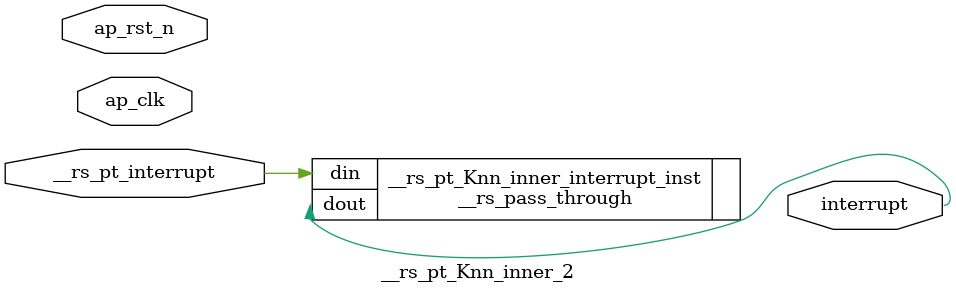
<source format=v>
`timescale 1 ns / 1 ps
/**   Generated by RapidStream   **/
module __rs_pt_Knn_inner_2 #(
    parameter C_S_AXI_CONTROL_DATA_WIDTH  = 32,
    parameter C_S_AXI_CONTROL_ADDR_WIDTH  = 10,
    parameter C_S_AXI_DATA_WIDTH          = 32,
    parameter C_S_AXI_CONTROL_WSTRB_WIDTH = 4,
    parameter C_S_AXI_WSTRB_WIDTH         = 4
) (
    input wire  __rs_pt_interrupt,
    input wire  ap_clk,
    input wire  ap_rst_n,
    output wire interrupt
);




__rs_pass_through #(
    .WIDTH (1)
) __rs_pt_Knn_inner_interrupt_inst /**   Generated by RapidStream   **/ (
    .din  (__rs_pt_interrupt),
    .dout (interrupt)
);

endmodule  // __rs_pt_Knn_inner_2
</source>
